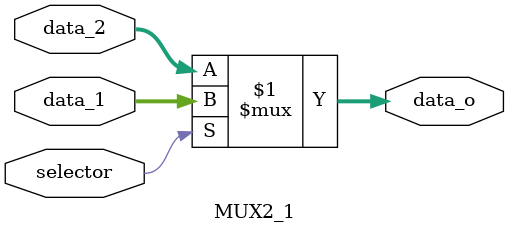
<source format=v>
module MUX2_1
#(
	parameter WIDTH = 32
)
(
	input [WIDTH-1:0] data_1, data_2,
	input selector,
	output [WIDTH-1:0] data_o
);

assign data_o = (selector) ? data_1 : data_2;

endmodule 
</source>
